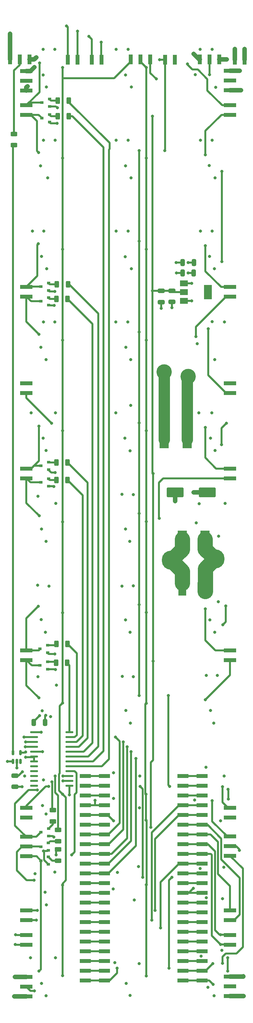
<source format=gbr>
%TF.GenerationSoftware,KiCad,Pcbnew,(6.0.7-1)-1*%
%TF.CreationDate,2023-12-02T14:15:26+01:00*%
%TF.ProjectId,11x3,31317833-2e6b-4696-9361-645f70636258,rev?*%
%TF.SameCoordinates,Original*%
%TF.FileFunction,Copper,L4,Bot*%
%TF.FilePolarity,Positive*%
%FSLAX46Y46*%
G04 Gerber Fmt 4.6, Leading zero omitted, Abs format (unit mm)*
G04 Created by KiCad (PCBNEW (6.0.7-1)-1) date 2023-12-02 14:15:26*
%MOMM*%
%LPD*%
G01*
G04 APERTURE LIST*
G04 Aperture macros list*
%AMRoundRect*
0 Rectangle with rounded corners*
0 $1 Rounding radius*
0 $2 $3 $4 $5 $6 $7 $8 $9 X,Y pos of 4 corners*
0 Add a 4 corners polygon primitive as box body*
4,1,4,$2,$3,$4,$5,$6,$7,$8,$9,$2,$3,0*
0 Add four circle primitives for the rounded corners*
1,1,$1+$1,$2,$3*
1,1,$1+$1,$4,$5*
1,1,$1+$1,$6,$7*
1,1,$1+$1,$8,$9*
0 Add four rect primitives between the rounded corners*
20,1,$1+$1,$2,$3,$4,$5,0*
20,1,$1+$1,$4,$5,$6,$7,0*
20,1,$1+$1,$6,$7,$8,$9,0*
20,1,$1+$1,$8,$9,$2,$3,0*%
G04 Aperture macros list end*
%TA.AperFunction,SMDPad,CuDef*%
%ADD10R,2.400000X4.500000*%
%TD*%
%TA.AperFunction,SMDPad,CuDef*%
%ADD11R,2.100000X6.500000*%
%TD*%
%TA.AperFunction,SMDPad,CuDef*%
%ADD12RoundRect,0.250000X-0.625000X0.312500X-0.625000X-0.312500X0.625000X-0.312500X0.625000X0.312500X0*%
%TD*%
%TA.AperFunction,SMDPad,CuDef*%
%ADD13RoundRect,0.250000X0.312500X0.625000X-0.312500X0.625000X-0.312500X-0.625000X0.312500X-0.625000X0*%
%TD*%
%TA.AperFunction,SMDPad,CuDef*%
%ADD14RoundRect,0.250000X-0.650000X0.325000X-0.650000X-0.325000X0.650000X-0.325000X0.650000X0.325000X0*%
%TD*%
%TA.AperFunction,SMDPad,CuDef*%
%ADD15RoundRect,0.250000X0.325000X0.650000X-0.325000X0.650000X-0.325000X-0.650000X0.325000X-0.650000X0*%
%TD*%
%TA.AperFunction,SMDPad,CuDef*%
%ADD16R,3.200000X1.020000*%
%TD*%
%TA.AperFunction,SMDPad,CuDef*%
%ADD17RoundRect,0.250000X-1.950000X-1.000000X1.950000X-1.000000X1.950000X1.000000X-1.950000X1.000000X0*%
%TD*%
%TA.AperFunction,SMDPad,CuDef*%
%ADD18RoundRect,0.250000X0.650000X-0.325000X0.650000X0.325000X-0.650000X0.325000X-0.650000X-0.325000X0*%
%TD*%
%TA.AperFunction,SMDPad,CuDef*%
%ADD19R,0.900000X0.800000*%
%TD*%
%TA.AperFunction,SMDPad,CuDef*%
%ADD20R,1.020000X2.600000*%
%TD*%
%TA.AperFunction,SMDPad,CuDef*%
%ADD21RoundRect,0.150000X0.150000X-0.512500X0.150000X0.512500X-0.150000X0.512500X-0.150000X-0.512500X0*%
%TD*%
%TA.AperFunction,SMDPad,CuDef*%
%ADD22R,3.000000X1.000000*%
%TD*%
%TA.AperFunction,SMDPad,CuDef*%
%ADD23RoundRect,0.137500X0.862500X0.137500X-0.862500X0.137500X-0.862500X-0.137500X0.862500X-0.137500X0*%
%TD*%
%TA.AperFunction,SMDPad,CuDef*%
%ADD24RoundRect,0.250000X0.625000X-0.312500X0.625000X0.312500X-0.625000X0.312500X-0.625000X-0.312500X0*%
%TD*%
%TA.AperFunction,SMDPad,CuDef*%
%ADD25R,2.000000X1.500000*%
%TD*%
%TA.AperFunction,SMDPad,CuDef*%
%ADD26R,2.000000X3.800000*%
%TD*%
%TA.AperFunction,ViaPad*%
%ADD27C,4.000000*%
%TD*%
%TA.AperFunction,ViaPad*%
%ADD28C,0.800000*%
%TD*%
%TA.AperFunction,ViaPad*%
%ADD29C,5.000000*%
%TD*%
%TA.AperFunction,Conductor*%
%ADD30C,3.000000*%
%TD*%
%TA.AperFunction,Conductor*%
%ADD31C,1.200000*%
%TD*%
%TA.AperFunction,Conductor*%
%ADD32C,4.000000*%
%TD*%
%TA.AperFunction,Conductor*%
%ADD33C,0.500000*%
%TD*%
G04 APERTURE END LIST*
D10*
%TO.P,J33,1,Pin_1*%
%TO.N,P*%
X96900000Y-134480000D03*
D11*
X96900000Y-122980000D03*
%TO.P,J33,2,Pin_2*%
%TO.N,GND*%
X90900000Y-122980000D03*
D10*
X90900000Y-134480000D03*
%TD*%
D12*
%TO.P,R9,1*%
%TO.N,Q9*%
X61860000Y-231127500D03*
%TO.P,R9,2*%
%TO.N,Net-(Q9-Pad1)*%
X61860000Y-234052500D03*
%TD*%
D13*
%TO.P,R4,1*%
%TO.N,Q4*%
X65712500Y-97780000D03*
%TO.P,R4,2*%
%TO.N,Net-(Q4-Pad1)*%
X62787500Y-97780000D03*
%TD*%
%TO.P,R1,1*%
%TO.N,Q1*%
X66022500Y-46064000D03*
%TO.P,R1,2*%
%TO.N,Net-(Q1-Pad1)*%
X63097500Y-46064000D03*
%TD*%
D14*
%TO.P,CI6,1*%
%TO.N,P*%
X51960000Y-222105000D03*
%TO.P,CI6,2*%
%TO.N,GND*%
X51960000Y-225055000D03*
%TD*%
D15*
%TO.P,CI2,1*%
%TO.N,GND*%
X98645000Y-90960000D03*
%TO.P,CI2,2*%
%TO.N,P*%
X95695000Y-90960000D03*
%TD*%
D16*
%TO.P,J26,1,Pin_1*%
%TO.N,PQ9*%
X108130000Y-237995000D03*
%TO.P,J26,2,Pin_2*%
%TO.N,PQ10*%
X108130000Y-240535000D03*
%TO.P,J26,3,Pin_3*%
%TO.N,PQ11*%
X108130000Y-243075000D03*
%TD*%
D17*
%TO.P,CP1,1*%
%TO.N,P*%
X93797500Y-148220000D03*
%TO.P,CP1,2*%
%TO.N,GND*%
X102197500Y-148220000D03*
%TD*%
D16*
%TO.P,J19,1,Pin_1*%
%TO.N,GND*%
X108130000Y-38235000D03*
%TO.P,J19,2,Pin_2*%
%TO.N,unconnected-(J19-Pad2)*%
X108130000Y-40775000D03*
%TO.P,J19,3,Pin_3*%
%TO.N,P*%
X108130000Y-43315000D03*
%TD*%
D18*
%TO.P,CI5,1*%
%TO.N,GND*%
X90150000Y-98585000D03*
%TO.P,CI5,2*%
%TO.N,P3.3*%
X90150000Y-95635000D03*
%TD*%
D13*
%TO.P,R8,1*%
%TO.N,Q8*%
X65602500Y-192700000D03*
%TO.P,R8,2*%
%TO.N,Net-(Q8-Pad1)*%
X62677500Y-192700000D03*
%TD*%
D16*
%TO.P,J22,1,Pin_1*%
%TO.N,unconnected-(J22-Pad1)*%
X108130000Y-119740000D03*
%TO.P,J22,2,Pin_2*%
%TO.N,AGND*%
X108130000Y-122280000D03*
%TD*%
D19*
%TO.P,Q7,1,B*%
%TO.N,Net-(Q7-Pad1)*%
X60480000Y-188116000D03*
%TO.P,Q7,2,E*%
%TO.N,P3.3*%
X60480000Y-190016000D03*
%TO.P,Q7,3,C*%
%TO.N,PQ7*%
X58480000Y-189066000D03*
%TD*%
%TO.P,Q2,1,B*%
%TO.N,Net-(Q2-Pad1)*%
X60988000Y-49686000D03*
%TO.P,Q2,2,E*%
%TO.N,P3.3*%
X60988000Y-51586000D03*
%TO.P,Q2,3,C*%
%TO.N,PQ2*%
X58988000Y-50636000D03*
%TD*%
D20*
%TO.P,J2,1,Pin_1*%
%TO.N,E*%
X65750000Y-35330000D03*
%TO.P,J2,2,Pin_2*%
%TO.N,A2*%
X68290000Y-35330000D03*
%TD*%
D16*
%TO.P,J21,1,Pin_1*%
%TO.N,PQ3*%
X108130000Y-94620000D03*
%TO.P,J21,2,Pin_2*%
%TO.N,PQ4*%
X108130000Y-97160000D03*
%TD*%
D21*
%TO.P,UI3,1,NC*%
%TO.N,unconnected-(UI3-Pad1)*%
X53390000Y-218417500D03*
%TO.P,UI3,2,A*%
%TO.N,First_LedIn_3V*%
X52440000Y-218417500D03*
%TO.P,UI3,3,GND*%
%TO.N,GND*%
X51490000Y-218417500D03*
%TO.P,UI3,4,Y*%
%TO.N,Net-(RI1-Pad1)*%
X51490000Y-216142500D03*
%TO.P,UI3,5,VCC*%
%TO.N,P*%
X53390000Y-216142500D03*
%TD*%
D19*
%TO.P,Q3,1,B*%
%TO.N,Net-(Q3-Pad1)*%
X60734000Y-93628000D03*
%TO.P,Q3,2,E*%
%TO.N,P3.3*%
X60734000Y-95528000D03*
%TO.P,Q3,3,C*%
%TO.N,PQ3*%
X58734000Y-94578000D03*
%TD*%
D13*
%TO.P,R7,1*%
%TO.N,Q7*%
X65702500Y-187790000D03*
%TO.P,R7,2*%
%TO.N,Net-(Q7-Pad1)*%
X62777500Y-187790000D03*
%TD*%
D16*
%TO.P,J9,1,Pin_1*%
%TO.N,PQ2*%
X54950000Y-49760000D03*
%TO.P,J9,2,Pin_2*%
%TO.N,PQ1*%
X54950000Y-47220000D03*
%TD*%
D12*
%TO.P,R10,1*%
%TO.N,Q10*%
X63246000Y-236281500D03*
%TO.P,R10,2*%
%TO.N,Net-(Q10-Pad1)*%
X63246000Y-239206500D03*
%TD*%
D19*
%TO.P,Q9,1,B*%
%TO.N,Net-(Q9-Pad1)*%
X60750000Y-235950000D03*
%TO.P,Q9,2,E*%
%TO.N,P3.3*%
X60750000Y-237850000D03*
%TO.P,Q9,3,C*%
%TO.N,PQ9*%
X58750000Y-236900000D03*
%TD*%
D16*
%TO.P,J15,1,Pin_1*%
%TO.N,PQ11*%
X54950000Y-243175000D03*
%TO.P,J15,2,Pin_2*%
%TO.N,PQ10*%
X54950000Y-240635000D03*
%TO.P,J15,3,Pin_3*%
%TO.N,PQ9*%
X54950000Y-238095000D03*
%TD*%
D19*
%TO.P,Q8,1,B*%
%TO.N,Net-(Q8-Pad1)*%
X60480000Y-192434000D03*
%TO.P,Q8,2,E*%
%TO.N,P3.3*%
X60480000Y-194334000D03*
%TO.P,Q8,3,C*%
%TO.N,PQ8*%
X58480000Y-193384000D03*
%TD*%
D16*
%TO.P,J23,1,Pin_1*%
%TO.N,PQ5*%
X108130000Y-142020000D03*
%TO.P,J23,2,Pin_2*%
%TO.N,PQ6*%
X108130000Y-144560000D03*
%TD*%
%TO.P,J10,1,Pin_1*%
%TO.N,PQ4*%
X54950000Y-97160000D03*
%TO.P,J10,2,Pin_2*%
%TO.N,PQ3*%
X54950000Y-94620000D03*
%TD*%
D20*
%TO.P,J5,1,Pin_1*%
%TO.N,AGND*%
X91170000Y-35400000D03*
%TO.P,J5,2,Pin_2*%
%TO.N,unconnected-(J5-Pad2)*%
X93710000Y-35400000D03*
%TD*%
D16*
%TO.P,J17,1,Pin_1*%
%TO.N,S1*%
X54950000Y-266230000D03*
%TO.P,J17,2,Pin_2*%
%TO.N,S0*%
X54950000Y-263690000D03*
%TD*%
D19*
%TO.P,Q5,1,B*%
%TO.N,Net-(Q5-Pad1)*%
X60734000Y-140364000D03*
%TO.P,Q5,2,E*%
%TO.N,P3.3*%
X60734000Y-142264000D03*
%TO.P,Q5,3,C*%
%TO.N,PQ5*%
X58734000Y-141314000D03*
%TD*%
D13*
%TO.P,R2,1*%
%TO.N,Q2*%
X66022500Y-50128000D03*
%TO.P,R2,2*%
%TO.N,Net-(Q2-Pad1)*%
X63097500Y-50128000D03*
%TD*%
D20*
%TO.P,J3,1,Pin_1*%
%TO.N,A1*%
X71990000Y-35330000D03*
%TO.P,J3,2,Pin_2*%
%TO.N,A0*%
X74530000Y-35330000D03*
%TD*%
D16*
%TO.P,J11,1,Pin_1*%
%TO.N,AGND*%
X54950000Y-122280000D03*
%TO.P,J11,2,Pin_2*%
%TO.N,unconnected-(J11-Pad2)*%
X54950000Y-119740000D03*
%TD*%
D15*
%TO.P,CI1,1*%
%TO.N,GND*%
X59815000Y-208240000D03*
%TO.P,CI1,2*%
%TO.N,P*%
X56865000Y-208240000D03*
%TD*%
D13*
%TO.P,R3,1*%
%TO.N,Q3*%
X65822500Y-93970000D03*
%TO.P,R3,2*%
%TO.N,Net-(Q3-Pad1)*%
X62897500Y-93970000D03*
%TD*%
%TO.P,R6,1*%
%TO.N,Q6*%
X65692500Y-145000000D03*
%TO.P,R6,2*%
%TO.N,Net-(Q6-Pad1)*%
X62767500Y-145000000D03*
%TD*%
D18*
%TO.P,CI4,1*%
%TO.N,GND*%
X92920000Y-98565000D03*
%TO.P,CI4,2*%
%TO.N,P3.3*%
X92920000Y-95615000D03*
%TD*%
D16*
%TO.P,J24,1,Pin_1*%
%TO.N,PQ7*%
X108130000Y-189420000D03*
%TO.P,J24,2,Pin_2*%
%TO.N,PQ8*%
X108130000Y-191960000D03*
%TD*%
D12*
%TO.P,R11,1*%
%TO.N,Q11*%
X63246000Y-241361500D03*
%TO.P,R11,2*%
%TO.N,Net-(Q11-Pad1)*%
X63246000Y-244286500D03*
%TD*%
D16*
%TO.P,J8,1,Pin_1*%
%TO.N,P*%
X54950000Y-43415000D03*
%TO.P,J8,2,Pin_2*%
%TO.N,unconnected-(J8-Pad2)*%
X54950000Y-40875000D03*
%TO.P,J8,3,Pin_3*%
%TO.N,GND*%
X54950000Y-38335000D03*
%TD*%
%TO.P,J18,1,Pin_1*%
%TO.N,P*%
X54950000Y-279700000D03*
%TO.P,J18,2,Pin_2*%
%TO.N,LedIn*%
X54950000Y-277160000D03*
%TO.P,J18,3,Pin_3*%
%TO.N,GND*%
X54950000Y-274620000D03*
%TD*%
D10*
%TO.P,J32,1,Pin_1*%
%TO.N,P*%
X95610000Y-160440000D03*
D11*
X95610000Y-171940000D03*
D10*
%TO.P,J32,2,Pin_2*%
%TO.N,GND*%
X101610000Y-160440000D03*
D11*
X101610000Y-171940000D03*
%TD*%
D16*
%TO.P,J12,1,Pin_1*%
%TO.N,PQ6*%
X54950000Y-144560000D03*
%TO.P,J12,2,Pin_2*%
%TO.N,PQ5*%
X54950000Y-142020000D03*
%TD*%
%TO.P,J28,1,Pin_1*%
%TO.N,S0*%
X108130000Y-263690000D03*
%TO.P,J28,2,Pin_2*%
%TO.N,S1*%
X108130000Y-266230000D03*
%TD*%
%TO.P,J25,1,Pin_1*%
%TO.N,AGND*%
X108130000Y-230550000D03*
%TO.P,J25,2,Pin_2*%
%TO.N,unconnected-(J25-Pad2)*%
X108130000Y-233090000D03*
%TD*%
D22*
%TO.P,J31,1,Pin_1*%
%TO.N,Additional13*%
X70323000Y-222250000D03*
%TO.P,J31,2,Pin_2*%
X75363000Y-222250000D03*
%TO.P,J31,3,Pin_3*%
%TO.N,Additional14*%
X70323000Y-224790000D03*
%TO.P,J31,4,Pin_4*%
X75363000Y-224790000D03*
%TO.P,J31,5,Pin_5*%
%TO.N,Additional15*%
X70323000Y-227330000D03*
%TO.P,J31,6,Pin_6*%
X75363000Y-227330000D03*
%TO.P,J31,7,Pin_7*%
%TO.N,HallOut1*%
X70323000Y-229870000D03*
%TO.P,J31,8,Pin_8*%
X75363000Y-229870000D03*
%TO.P,J31,9,Pin_9*%
%TO.N,HallOut2*%
X70323000Y-232410000D03*
%TO.P,J31,10,Pin_10*%
X75363000Y-232410000D03*
%TO.P,J31,11,Pin_11*%
%TO.N,Additional16*%
X70323000Y-234950000D03*
%TO.P,J31,12,Pin_12*%
X75363000Y-234950000D03*
%TO.P,J31,13,Pin_13*%
%TO.N,A0*%
X70323000Y-237490000D03*
%TO.P,J31,14,Pin_14*%
X75363000Y-237490000D03*
%TO.P,J31,15,Pin_15*%
%TO.N,A1*%
X70323000Y-240030000D03*
%TO.P,J31,16,Pin_16*%
X75363000Y-240030000D03*
%TO.P,J31,17,Pin_17*%
%TO.N,A2*%
X70323000Y-242570000D03*
%TO.P,J31,18,Pin_18*%
X75363000Y-242570000D03*
%TO.P,J31,19,Pin_19*%
%TO.N,A3*%
X70323000Y-245110000D03*
%TO.P,J31,20,Pin_20*%
X75363000Y-245110000D03*
%TO.P,J31,21,Pin_21*%
%TO.N,E*%
X70323000Y-247650000D03*
%TO.P,J31,22,Pin_22*%
X75363000Y-247650000D03*
%TO.P,J31,23,Pin_23*%
%TO.N,Additional17*%
X70323000Y-250190000D03*
%TO.P,J31,24,Pin_24*%
X75363000Y-250190000D03*
%TO.P,J31,25,Pin_25*%
%TO.N,Additional18*%
X70323000Y-252730000D03*
%TO.P,J31,26,Pin_26*%
X75363000Y-252730000D03*
%TO.P,J31,27,Pin_27*%
%TO.N,Additional19*%
X70323000Y-255270000D03*
%TO.P,J31,28,Pin_28*%
X75363000Y-255270000D03*
%TO.P,J31,29,Pin_29*%
%TO.N,Additional20*%
X70323000Y-257810000D03*
%TO.P,J31,30,Pin_30*%
X75363000Y-257810000D03*
%TO.P,J31,31,Pin_31*%
%TO.N,Additional21*%
X70323000Y-260350000D03*
%TO.P,J31,32,Pin_32*%
X75363000Y-260350000D03*
%TO.P,J31,33,Pin_33*%
%TO.N,Additional22*%
X70323000Y-262890000D03*
%TO.P,J31,34,Pin_34*%
X75363000Y-262890000D03*
%TO.P,J31,35,Pin_35*%
%TO.N,Additional23*%
X70323000Y-265430000D03*
%TO.P,J31,36,Pin_36*%
X75363000Y-265430000D03*
%TO.P,J31,37,Pin_37*%
%TO.N,Additional24*%
X70323000Y-267970000D03*
%TO.P,J31,38,Pin_38*%
X75363000Y-267970000D03*
%TO.P,J31,39,Pin_39*%
%TO.N,Additional25*%
X70323000Y-270510000D03*
%TO.P,J31,40,Pin_40*%
X75363000Y-270510000D03*
%TO.P,J31,41,Pin_41*%
%TO.N,Additional26*%
X70323000Y-273050000D03*
%TO.P,J31,42,Pin_42*%
X75363000Y-273050000D03*
%TO.P,J31,43,Pin_43*%
%TO.N,AGND*%
X70323000Y-275590000D03*
%TO.P,J31,44,Pin_44*%
X75363000Y-275590000D03*
%TD*%
D16*
%TO.P,J14,1,Pin_1*%
%TO.N,unconnected-(J14-Pad1)*%
X54950000Y-233090000D03*
%TO.P,J14,2,Pin_2*%
%TO.N,AGND*%
X54950000Y-230550000D03*
%TD*%
D23*
%TO.P,UI1,1,Y0*%
%TO.N,Q8*%
X66220000Y-210815000D03*
%TO.P,UI1,2,Y1*%
%TO.N,Q7*%
X66220000Y-212085000D03*
%TO.P,UI1,3,Y2*%
%TO.N,Q6*%
X66220000Y-213355000D03*
%TO.P,UI1,4,Y3*%
%TO.N,Q5*%
X66220000Y-214625000D03*
%TO.P,UI1,5,Y4*%
%TO.N,Q4*%
X66220000Y-215895000D03*
%TO.P,UI1,6,Y5*%
%TO.N,Q3*%
X66220000Y-217165000D03*
%TO.P,UI1,7,Y6*%
%TO.N,Q2*%
X66220000Y-218435000D03*
%TO.P,UI1,8,Y7*%
%TO.N,Q1*%
X66220000Y-219705000D03*
%TO.P,UI1,9,Y8*%
%TO.N,Q11*%
X66220000Y-220975000D03*
%TO.P,UI1,10,Y9*%
%TO.N,Q10*%
X66220000Y-222245000D03*
%TO.P,UI1,11,Y10*%
%TO.N,Q9*%
X66220000Y-223515000D03*
%TO.P,UI1,12,GND*%
%TO.N,GND*%
X66220000Y-224785000D03*
%TO.P,UI1,13,Y11*%
%TO.N,unconnected-(UI1-Pad13)*%
X56920000Y-224785000D03*
%TO.P,UI1,14,Y12*%
%TO.N,unconnected-(UI1-Pad14)*%
X56920000Y-223515000D03*
%TO.P,UI1,15,Y13*%
%TO.N,unconnected-(UI1-Pad15)*%
X56920000Y-222245000D03*
%TO.P,UI1,16,Y14*%
%TO.N,unconnected-(UI1-Pad16)*%
X56920000Y-220975000D03*
%TO.P,UI1,17,Y15*%
%TO.N,unconnected-(UI1-Pad17)*%
X56920000Y-219705000D03*
%TO.P,UI1,18,E0*%
%TO.N,E*%
X56920000Y-218435000D03*
%TO.P,UI1,19,E1*%
X56920000Y-217165000D03*
%TO.P,UI1,20,A3*%
%TO.N,A3*%
X56920000Y-215895000D03*
%TO.P,UI1,21,A2*%
%TO.N,A2*%
X56920000Y-214625000D03*
%TO.P,UI1,22,A1*%
%TO.N,A1*%
X56920000Y-213355000D03*
%TO.P,UI1,23,A0*%
%TO.N,A0*%
X56920000Y-212085000D03*
%TO.P,UI1,24,VCC*%
%TO.N,P*%
X56920000Y-210815000D03*
%TD*%
D15*
%TO.P,CI3,1*%
%TO.N,GND*%
X98675000Y-88280000D03*
%TO.P,CI3,2*%
%TO.N,P*%
X95725000Y-88280000D03*
%TD*%
D16*
%TO.P,J29,1,Pin_1*%
%TO.N,GND*%
X108130000Y-274520000D03*
%TO.P,J29,2,Pin_2*%
%TO.N,unconnected-(J29-Pad2)*%
X108130000Y-277060000D03*
%TO.P,J29,3,Pin_3*%
%TO.N,P*%
X108130000Y-279600000D03*
%TD*%
D24*
%TO.P,RI1,1*%
%TO.N,Net-(RI1-Pad1)*%
X51720000Y-57652500D03*
%TO.P,RI1,2*%
%TO.N,LedIn_top_side_a*%
X51720000Y-54727500D03*
%TD*%
D19*
%TO.P,Q11,1,B*%
%TO.N,Net-(Q11-Pad1)*%
X60700000Y-243330000D03*
%TO.P,Q11,2,E*%
%TO.N,P3.3*%
X60700000Y-245230000D03*
%TO.P,Q11,3,C*%
%TO.N,PQ11*%
X58700000Y-244280000D03*
%TD*%
%TO.P,Q1,1,B*%
%TO.N,Net-(Q1-Pad1)*%
X60988000Y-45622000D03*
%TO.P,Q1,2,E*%
%TO.N,P3.3*%
X60988000Y-47522000D03*
%TO.P,Q1,3,C*%
%TO.N,PQ1*%
X58988000Y-46572000D03*
%TD*%
D20*
%TO.P,J7,1,Pin_1*%
%TO.N,P*%
X109380000Y-35330000D03*
%TO.P,J7,2,Pin_2*%
%TO.N,GND*%
X111920000Y-35330000D03*
%TD*%
D22*
%TO.P,J30,1,Pin_1*%
%TO.N,Additional1*%
X95778000Y-222250000D03*
%TO.P,J30,2,Pin_2*%
X100818000Y-222250000D03*
%TO.P,J30,3,Pin_3*%
%TO.N,Additional2*%
X95778000Y-224790000D03*
%TO.P,J30,4,Pin_4*%
X100818000Y-224790000D03*
%TO.P,J30,5,Pin_5*%
%TO.N,Additional3*%
X95778000Y-227330000D03*
%TO.P,J30,6,Pin_6*%
X100818000Y-227330000D03*
%TO.P,J30,7,Pin_7*%
%TO.N,HallOut4*%
X95778000Y-229870000D03*
%TO.P,J30,8,Pin_8*%
X100818000Y-229870000D03*
%TO.P,J30,9,Pin_9*%
%TO.N,HallOut5*%
X95778000Y-232410000D03*
%TO.P,J30,10,Pin_10*%
X100818000Y-232410000D03*
%TO.P,J30,11,Pin_11*%
%TO.N,HallOut6*%
X95778000Y-234950000D03*
%TO.P,J30,12,Pin_12*%
X100818000Y-234950000D03*
%TO.P,J30,13,Pin_13*%
%TO.N,HallOut7*%
X95778000Y-237490000D03*
%TO.P,J30,14,Pin_14*%
X100818000Y-237490000D03*
%TO.P,J30,15,Pin_15*%
%TO.N,S0*%
X95778000Y-240030000D03*
%TO.P,J30,16,Pin_16*%
X100818000Y-240030000D03*
%TO.P,J30,17,Pin_17*%
%TO.N,S1*%
X95778000Y-242570000D03*
%TO.P,J30,18,Pin_18*%
X100818000Y-242570000D03*
%TO.P,J30,19,Pin_19*%
%TO.N,First_LedIn_3V*%
X95778000Y-245110000D03*
%TO.P,J30,20,Pin_20*%
X100818000Y-245110000D03*
%TO.P,J30,21,Pin_21*%
%TO.N,Additional4*%
X95778000Y-247650000D03*
%TO.P,J30,22,Pin_22*%
X100818000Y-247650000D03*
%TO.P,J30,23,Pin_23*%
%TO.N,Additional5*%
X95778000Y-250190000D03*
%TO.P,J30,24,Pin_24*%
X100818000Y-250190000D03*
%TO.P,J30,25,Pin_25*%
%TO.N,HallOut3*%
X95778000Y-252730000D03*
%TO.P,J30,26,Pin_26*%
X100818000Y-252730000D03*
%TO.P,J30,27,Pin_27*%
%TO.N,Additional6*%
X95778000Y-255270000D03*
%TO.P,J30,28,Pin_28*%
X100818000Y-255270000D03*
%TO.P,J30,29,Pin_29*%
%TO.N,Additional7*%
X95778000Y-257810000D03*
%TO.P,J30,30,Pin_30*%
X100818000Y-257810000D03*
%TO.P,J30,31,Pin_31*%
%TO.N,Additional8*%
X95778000Y-260350000D03*
%TO.P,J30,32,Pin_32*%
X100818000Y-260350000D03*
%TO.P,J30,33,Pin_33*%
%TO.N,Additional9*%
X95778000Y-262890000D03*
%TO.P,J30,34,Pin_34*%
X100818000Y-262890000D03*
%TO.P,J30,35,Pin_35*%
%TO.N,Additional10*%
X95778000Y-265430000D03*
%TO.P,J30,36,Pin_36*%
X100818000Y-265430000D03*
%TO.P,J30,37,Pin_37*%
%TO.N,Additional11*%
X95778000Y-267970000D03*
%TO.P,J30,38,Pin_38*%
X100818000Y-267970000D03*
%TO.P,J30,39,Pin_39*%
%TO.N,Additional12*%
X95778000Y-270510000D03*
%TO.P,J30,40,Pin_40*%
X100818000Y-270510000D03*
%TO.P,J30,41,Pin_41*%
%TO.N,P*%
X95778000Y-273050000D03*
%TO.P,J30,42,Pin_42*%
X100818000Y-273050000D03*
%TO.P,J30,43,Pin_43*%
%TO.N,GND*%
X95778000Y-275590000D03*
%TO.P,J30,44,Pin_44*%
X100818000Y-275590000D03*
%TD*%
D25*
%TO.P,UI2,1,GND*%
%TO.N,GND*%
X96070000Y-98310000D03*
%TO.P,UI2,2,VO*%
%TO.N,P3.3*%
X96070000Y-96010000D03*
%TO.P,UI2,3,VI*%
%TO.N,P*%
X96070000Y-93710000D03*
D26*
%TO.P,UI2,4*%
%TO.N,N/C*%
X102370000Y-96010000D03*
%TD*%
D19*
%TO.P,Q6,1,B*%
%TO.N,Net-(Q6-Pad1)*%
X60734000Y-144682000D03*
%TO.P,Q6,2,E*%
%TO.N,P3.3*%
X60734000Y-146582000D03*
%TO.P,Q6,3,C*%
%TO.N,PQ6*%
X58734000Y-145632000D03*
%TD*%
%TO.P,Q10,1,B*%
%TO.N,Net-(Q10-Pad1)*%
X60710000Y-239690000D03*
%TO.P,Q10,2,E*%
%TO.N,P3.3*%
X60710000Y-241590000D03*
%TO.P,Q10,3,C*%
%TO.N,PQ10*%
X58710000Y-240640000D03*
%TD*%
%TO.P,Q4,1,B*%
%TO.N,Net-(Q4-Pad1)*%
X60734000Y-97438000D03*
%TO.P,Q4,2,E*%
%TO.N,P3.3*%
X60734000Y-99338000D03*
%TO.P,Q4,3,C*%
%TO.N,PQ4*%
X58734000Y-98388000D03*
%TD*%
D16*
%TO.P,J20,1,Pin_1*%
%TO.N,PQ1*%
X108130000Y-47220000D03*
%TO.P,J20,2,Pin_2*%
%TO.N,PQ2*%
X108130000Y-49760000D03*
%TD*%
%TO.P,J27,1,Pin_1*%
%TO.N,HallOut7*%
X108130000Y-257280000D03*
%TO.P,J27,2,Pin_2*%
%TO.N,HallOut6*%
X108130000Y-259820000D03*
%TD*%
D20*
%TO.P,J4,1,Pin_1*%
%TO.N,HallOut1*%
X82215000Y-35320000D03*
%TO.P,J4,2,Pin_2*%
%TO.N,HallOut2*%
X84755000Y-35320000D03*
%TO.P,J4,3,Pin_3*%
%TO.N,HallOut3*%
X87295000Y-35320000D03*
%TD*%
%TO.P,J1,1,Pin_1*%
%TO.N,GND*%
X50660000Y-35320000D03*
%TO.P,J1,2,Pin_2*%
%TO.N,LedIn_top_side_a*%
X53200000Y-35320000D03*
%TO.P,J1,3,Pin_3*%
%TO.N,P*%
X55740000Y-35320000D03*
%TD*%
D16*
%TO.P,J16,1,Pin_1*%
%TO.N,HallOut4*%
X54950000Y-259820000D03*
%TO.P,J16,2,Pin_2*%
%TO.N,HallOut5*%
X54950000Y-257280000D03*
%TD*%
%TO.P,J13,1,Pin_1*%
%TO.N,PQ8*%
X54950000Y-191960000D03*
%TO.P,J13,2,Pin_2*%
%TO.N,PQ7*%
X54950000Y-189420000D03*
%TD*%
D20*
%TO.P,J6,1,Pin_1*%
%TO.N,P*%
X100190000Y-35320000D03*
%TO.P,J6,2,Pin_2*%
%TO.N,LedOut*%
X102730000Y-35320000D03*
%TO.P,J6,3,Pin_3*%
%TO.N,GND*%
X105270000Y-35320000D03*
%TD*%
D13*
%TO.P,R5,1*%
%TO.N,Q5*%
X65692500Y-140440000D03*
%TO.P,R5,2*%
%TO.N,Net-(Q5-Pad1)*%
X62767500Y-140440000D03*
%TD*%
D27*
%TO.N,P*%
X97200000Y-118000000D03*
%TO.N,GND*%
X90900000Y-116850000D03*
D28*
%TO.N,P*%
X94000000Y-88280000D03*
X62520000Y-269640000D03*
X77660000Y-221340000D03*
X104040000Y-89890000D03*
D29*
X92790000Y-165960000D03*
D28*
X103040000Y-205160000D03*
X59900000Y-184700000D03*
X109360000Y-32560000D03*
X62350000Y-32660000D03*
X60220000Y-89900000D03*
X99550000Y-109470000D03*
X103620000Y-271140000D03*
X80930000Y-110360000D03*
X58390000Y-206470000D03*
X82380000Y-42490000D03*
X81470000Y-80060000D03*
X54490000Y-222200000D03*
X82050000Y-137350000D03*
X84410000Y-271150000D03*
X57930000Y-196340000D03*
X57520000Y-34740000D03*
X103920000Y-279530000D03*
X57210000Y-247730000D03*
X104160000Y-137300000D03*
X55280000Y-42270000D03*
X100400000Y-56360000D03*
X80930000Y-205150000D03*
X84488500Y-230539312D03*
X99260000Y-156190000D03*
X82170000Y-125520000D03*
X98630000Y-33880000D03*
X53880000Y-221150000D03*
X111670000Y-279590000D03*
X110990000Y-43320000D03*
X58860000Y-210810000D03*
X80800000Y-63010000D03*
X79940000Y-148770000D03*
X60170000Y-42490000D03*
X60080000Y-137280000D03*
X100330000Y-246380000D03*
X58700000Y-110380000D03*
X54730000Y-215950000D03*
X51820000Y-279700000D03*
X57950000Y-149210000D03*
X80870000Y-157780000D03*
X59370000Y-103750000D03*
X60110000Y-279540000D03*
X81490000Y-32670000D03*
X105080000Y-176740000D03*
X77580000Y-251650000D03*
X59410000Y-56360000D03*
X103390000Y-127440000D03*
X105950000Y-267730000D03*
X58660000Y-63020000D03*
X101950000Y-253970000D03*
X59070000Y-205190000D03*
X82840000Y-172590000D03*
X79960000Y-196260000D03*
X105664000Y-233934000D03*
X82010000Y-279490000D03*
X104370000Y-42530000D03*
X59870000Y-252550000D03*
X101854000Y-219964000D03*
X101940000Y-196010000D03*
X78410000Y-56330000D03*
X60870000Y-172730000D03*
X62560000Y-127450000D03*
X103420000Y-32670000D03*
X100090000Y-151160000D03*
X78310000Y-103780000D03*
X82040000Y-184690000D03*
X103420000Y-80060000D03*
X60060000Y-232090000D03*
X93810000Y-150470000D03*
X58870000Y-157820000D03*
X78740000Y-247396000D03*
X82320000Y-89900000D03*
X59480000Y-80100000D03*
X98120000Y-93690000D03*
X103410000Y-103710000D03*
X104080000Y-184700000D03*
X94110000Y-90950000D03*
X102670000Y-62990000D03*
%TO.N,LedIn*%
X57070000Y-278270000D03*
%TO.N,P3.3*%
X62550000Y-194430000D03*
X88010000Y-192250000D03*
X62950000Y-51930000D03*
X62150000Y-146740000D03*
X59436000Y-241808000D03*
X87870000Y-50090000D03*
X88000000Y-143280000D03*
X62390000Y-95810000D03*
X62340000Y-190370000D03*
X63030000Y-47920000D03*
X87430000Y-235630000D03*
X87870000Y-95660000D03*
X62500000Y-143030000D03*
X62170000Y-99460000D03*
X62110000Y-238100000D03*
%TO.N,GND*%
X104120000Y-113600000D03*
X57900000Y-172480000D03*
X58920000Y-86710000D03*
X100370000Y-80080000D03*
X81000000Y-276300000D03*
X51940000Y-274600000D03*
X82150000Y-113590000D03*
X104160000Y-66220000D03*
X98830000Y-228490000D03*
X106650000Y-103760000D03*
X56000000Y-269620000D03*
X56230000Y-127500000D03*
X82880000Y-148810000D03*
X60060000Y-160980000D03*
X105170000Y-159620000D03*
X78370000Y-32680000D03*
X60470000Y-66180000D03*
X60120000Y-113590000D03*
X103460000Y-56330000D03*
X60170000Y-255800000D03*
X84582000Y-222250000D03*
X98080000Y-98280000D03*
X78330000Y-127450000D03*
X59290000Y-39310000D03*
X80790000Y-181520000D03*
X57060000Y-37330000D03*
X78400000Y-80060000D03*
X80840000Y-39320000D03*
X104820000Y-196010000D03*
X59360000Y-134070000D03*
X100000000Y-127510000D03*
X106550000Y-222250000D03*
X106172000Y-254254000D03*
X62360000Y-103740000D03*
X81470000Y-56370000D03*
X80720000Y-86730000D03*
X111910000Y-32530000D03*
X106520000Y-245980000D03*
X59390000Y-223280000D03*
X62790000Y-198500000D03*
X50660000Y-28600000D03*
X100460000Y-174860000D03*
X81950000Y-161020000D03*
X78070000Y-270920000D03*
X110650000Y-38250000D03*
X90130000Y-100180000D03*
X66200000Y-227100000D03*
X58890000Y-276310000D03*
X99050000Y-39220000D03*
X82290000Y-66210000D03*
X59320000Y-32670000D03*
X79940000Y-172710000D03*
X82070000Y-208400000D03*
X106810000Y-151120000D03*
X59130000Y-229930000D03*
X83100000Y-254550000D03*
X97170000Y-88260000D03*
X50038000Y-218440000D03*
X58780000Y-181440000D03*
X100340000Y-32660000D03*
X84240500Y-245872000D03*
X103900000Y-208400000D03*
X102362000Y-277368000D03*
X107220000Y-35310000D03*
X102740000Y-86690000D03*
X59990000Y-206360000D03*
X77724000Y-228092000D03*
X82830000Y-196330000D03*
X62340000Y-247320000D03*
X98620000Y-148220000D03*
X61260000Y-206770000D03*
X97160000Y-90960000D03*
X81400000Y-103750000D03*
X62620000Y-151120000D03*
X53860000Y-225050000D03*
X100584000Y-269240000D03*
X111600000Y-274500000D03*
D29*
X104220000Y-165620000D03*
D28*
X80700000Y-134120000D03*
X102850000Y-181480000D03*
X103050000Y-134090000D03*
X56490000Y-80060000D03*
X92920000Y-100050000D03*
X103650000Y-276570000D03*
X62440000Y-56380000D03*
%TO.N,Net-(D12-Pad2)*%
X105900000Y-135740000D03*
X107140000Y-130180000D03*
%TO.N,Net-(D6-Pad2)*%
X105980000Y-64510000D03*
X106010000Y-88050000D03*
%TO.N,Net-(D18-Pad2)*%
X107020000Y-177840000D03*
X106190000Y-182810000D03*
%TO.N,Net-(D24-Pad2)*%
X107640000Y-228210000D03*
X107620000Y-225710000D03*
%TO.N,A2*%
X81280000Y-214630000D03*
X68270000Y-27950000D03*
X54650000Y-214640000D03*
%TO.N,E*%
X83566000Y-217678000D03*
X65420000Y-26520000D03*
X54790000Y-217280000D03*
%TO.N,A0*%
X54360000Y-212060000D03*
X74500000Y-30830000D03*
X78232000Y-212090000D03*
%TO.N,A1*%
X54770000Y-213370000D03*
X71260000Y-29300000D03*
X80264000Y-213360000D03*
%TO.N,LedOut*%
X102730000Y-39290000D03*
%TO.N,PQ1*%
X58360000Y-36220000D03*
X97020001Y-36459999D03*
%TO.N,PQ2*%
X58130000Y-59600000D03*
X101689999Y-60159999D03*
%TO.N,PQ3*%
X101689999Y-83859999D03*
X58060000Y-83370000D03*
%TO.N,PQ4*%
X58250000Y-107000000D03*
X99170001Y-107559999D03*
%TO.N,PQ5*%
X58190000Y-130970000D03*
X101630001Y-131259999D03*
%TO.N,PQ6*%
X58280000Y-154320000D03*
X89670001Y-154959999D03*
%TO.N,PQ7*%
X101689999Y-178659999D03*
X58080000Y-177920000D03*
%TO.N,PQ8*%
X101689999Y-202359999D03*
X58210000Y-201830000D03*
%TO.N,HallOut1*%
X64382000Y-61007400D03*
X64382000Y-84781800D03*
X72898000Y-228600000D03*
X64382000Y-132152800D03*
X64382000Y-155901800D03*
X64370000Y-274290000D03*
X64382000Y-250638000D03*
X64382000Y-108556200D03*
X64382000Y-179625400D03*
X64382000Y-226948000D03*
X64382000Y-203196600D03*
X64382000Y-37360000D03*
%TO.N,HallOut2*%
X86226000Y-108480000D03*
X86187500Y-233746663D03*
X86187500Y-226924243D03*
X86226000Y-250624000D03*
X86226000Y-155876400D03*
X77724000Y-233934000D03*
X86226000Y-203272800D03*
X86226000Y-84781800D03*
X86226000Y-61058200D03*
X86226000Y-179549200D03*
X86226000Y-132127400D03*
X86226000Y-37360000D03*
X86220000Y-274370000D03*
%TO.N,HallOut3*%
X98520000Y-251540000D03*
X88890000Y-40390000D03*
%TO.N,AGND*%
X89700000Y-35360000D03*
X84360000Y-153770000D03*
X102390000Y-105590000D03*
X85338000Y-248660000D03*
X92960000Y-248660000D03*
X60790000Y-224960000D03*
X84360000Y-82730000D03*
X78668000Y-272360000D03*
X84360000Y-106420000D03*
X84410000Y-59060000D03*
X84666000Y-224960000D03*
X92372000Y-224960000D03*
X92210000Y-272360000D03*
X84360000Y-201260000D03*
X84360000Y-130120000D03*
X91070000Y-59060000D03*
X61530000Y-130160000D03*
X92040000Y-201260000D03*
X106172000Y-225044000D03*
X84360000Y-177540000D03*
%TO.N,Net-(D30-Pad2)*%
X107520000Y-273110000D03*
X107500000Y-269660000D03*
%TO.N,PQ11*%
X106170000Y-271080000D03*
X58200000Y-273150000D03*
%TO.N,PQ10*%
X56940000Y-249390000D03*
X110540000Y-241650000D03*
%TO.N,PQ9*%
X57780000Y-225860000D03*
X103440000Y-228670000D03*
%TO.N,HallOut4*%
X87680000Y-259790000D03*
X57540000Y-259800000D03*
%TO.N,HallOut5*%
X88529500Y-257250462D03*
X57760000Y-257280000D03*
%TO.N,S1*%
X105664000Y-266192000D03*
X52020000Y-266190000D03*
%TO.N,S0*%
X105664000Y-263652000D03*
X52160000Y-263650000D03*
%TO.N,First_LedIn_3V*%
X52450000Y-220080000D03*
X89940000Y-261860000D03*
%TO.N,A3*%
X82296000Y-215900000D03*
X59182000Y-215900000D03*
%TO.N,Q9*%
X64516000Y-223520000D03*
X61634500Y-223774000D03*
%TO.N,Q10*%
X62484000Y-222250000D03*
X64516000Y-222250000D03*
%TO.N,Q11*%
X66802000Y-242824000D03*
X62738000Y-242824000D03*
%TD*%
D30*
%TO.N,P*%
X96900000Y-122980000D02*
X96900000Y-118300000D01*
X96900000Y-118300000D02*
X97200000Y-118000000D01*
%TO.N,GND*%
X90900000Y-122980000D02*
X90900000Y-116850000D01*
%TO.N,P*%
X96900000Y-134480000D02*
X96900000Y-122980000D01*
%TO.N,GND*%
X90900000Y-134480000D02*
X90900000Y-122980000D01*
D31*
%TO.N,P*%
X54950000Y-279700000D02*
X51820000Y-279700000D01*
X56940000Y-35320000D02*
X57520000Y-34740000D01*
D32*
X95610000Y-168780000D02*
X92790000Y-165960000D01*
D33*
X51960000Y-222105000D02*
X52925000Y-222105000D01*
X53390000Y-216142500D02*
X54537500Y-216142500D01*
X98100000Y-93710000D02*
X98120000Y-93690000D01*
D31*
X54950000Y-42600000D02*
X55280000Y-42270000D01*
D33*
X56920000Y-210815000D02*
X58855000Y-210815000D01*
X95725000Y-88280000D02*
X94000000Y-88280000D01*
X58855000Y-210815000D02*
X58860000Y-210810000D01*
D31*
X100070000Y-35320000D02*
X98630000Y-33880000D01*
D33*
X96070000Y-93710000D02*
X98100000Y-93710000D01*
D31*
X55740000Y-35320000D02*
X56940000Y-35320000D01*
X109380000Y-35330000D02*
X109380000Y-32580000D01*
D33*
X94120000Y-90960000D02*
X94110000Y-90950000D01*
D31*
X100190000Y-35320000D02*
X100070000Y-35320000D01*
X54950000Y-43415000D02*
X54950000Y-42600000D01*
X108130000Y-43315000D02*
X110985000Y-43315000D01*
D33*
X101710000Y-273050000D02*
X103620000Y-271140000D01*
X54537500Y-216142500D02*
X54730000Y-215950000D01*
D32*
X95610000Y-171940000D02*
X95610000Y-168780000D01*
D33*
X56865000Y-207995000D02*
X58390000Y-206470000D01*
D31*
X110985000Y-43315000D02*
X110990000Y-43320000D01*
X108130000Y-279600000D02*
X111660000Y-279600000D01*
X109380000Y-32580000D02*
X109360000Y-32560000D01*
D33*
X52925000Y-222105000D02*
X53880000Y-221150000D01*
X95695000Y-90960000D02*
X94120000Y-90960000D01*
X95778000Y-273050000D02*
X100818000Y-273050000D01*
D32*
X95610000Y-160440000D02*
X95610000Y-163140000D01*
D31*
X93797500Y-150457500D02*
X93810000Y-150470000D01*
X93797500Y-148220000D02*
X93797500Y-150457500D01*
X111660000Y-279600000D02*
X111670000Y-279590000D01*
D32*
X95610000Y-163140000D02*
X92790000Y-165960000D01*
D33*
%TO.N,LedIn*%
X56060000Y-278270000D02*
X54950000Y-277160000D01*
X57070000Y-278270000D02*
X56060000Y-278270000D01*
%TO.N,P3.3*%
X90150000Y-95635000D02*
X87895000Y-95635000D01*
X87870000Y-95660000D02*
X87870000Y-50090000D01*
X62340000Y-190370000D02*
X60771500Y-190370000D01*
X60771500Y-190370000D02*
X60417500Y-190016000D01*
X60671500Y-146582000D02*
X61992000Y-146582000D01*
X60925500Y-47522000D02*
X62632000Y-47522000D01*
X87870000Y-95660000D02*
X87870000Y-143150000D01*
X60417500Y-194334000D02*
X62454000Y-194334000D01*
X59600000Y-244130000D02*
X60700000Y-245230000D01*
X87895000Y-95635000D02*
X87870000Y-95660000D01*
X93315000Y-96010000D02*
X92920000Y-95615000D01*
X60750000Y-237850000D02*
X61860000Y-237850000D01*
X88000000Y-192240000D02*
X88010000Y-192250000D01*
X92920000Y-95615000D02*
X90170000Y-95615000D01*
X62950000Y-51930000D02*
X61269500Y-51930000D01*
X96070000Y-96010000D02*
X93315000Y-96010000D01*
X62632000Y-47522000D02*
X63030000Y-47920000D01*
X62390000Y-95810000D02*
X60953500Y-95810000D01*
X88010000Y-192250000D02*
X88010000Y-218070000D01*
X87870000Y-143150000D02*
X88000000Y-143280000D01*
X59436000Y-241808000D02*
X60492000Y-241808000D01*
X60953500Y-95810000D02*
X60671500Y-95528000D01*
X59436000Y-241808000D02*
X59600000Y-241972000D01*
X59600000Y-241972000D02*
X59600000Y-244130000D01*
X88000000Y-143280000D02*
X88000000Y-192240000D01*
X62500000Y-143030000D02*
X61437500Y-143030000D01*
X87430000Y-235630000D02*
X87430000Y-218650000D01*
X62454000Y-194334000D02*
X62550000Y-194430000D01*
X62170000Y-99460000D02*
X60793500Y-99460000D01*
X61437500Y-143030000D02*
X60671500Y-142264000D01*
X87430000Y-218650000D02*
X88010000Y-218070000D01*
X61992000Y-146582000D02*
X62150000Y-146740000D01*
X61860000Y-237850000D02*
X62110000Y-238100000D01*
X61269500Y-51930000D02*
X60925500Y-51586000D01*
X60492000Y-241808000D02*
X60710000Y-241590000D01*
D31*
%TO.N,GND*%
X111920000Y-35330000D02*
X111920000Y-32540000D01*
X54950000Y-38335000D02*
X56055000Y-38335000D01*
D33*
X59815000Y-206535000D02*
X59990000Y-206360000D01*
D31*
X54950000Y-274620000D02*
X51960000Y-274620000D01*
D33*
X98050000Y-98310000D02*
X98080000Y-98280000D01*
D32*
X101630000Y-168130000D02*
X104140000Y-165620000D01*
D33*
X97190000Y-88280000D02*
X97170000Y-88260000D01*
D31*
X102197500Y-148220000D02*
X98620000Y-148220000D01*
D33*
X92920000Y-98565000D02*
X92920000Y-100050000D01*
D32*
X101610000Y-160440000D02*
X101610000Y-163010000D01*
D33*
X59815000Y-208240000D02*
X59815000Y-206535000D01*
X98645000Y-90960000D02*
X97160000Y-90960000D01*
X102670000Y-275590000D02*
X103650000Y-276570000D01*
D32*
X101610000Y-163010000D02*
X104220000Y-165620000D01*
D33*
X96070000Y-98310000D02*
X98050000Y-98310000D01*
X66220000Y-227080000D02*
X66200000Y-227100000D01*
X90150000Y-100160000D02*
X90130000Y-100180000D01*
X66220000Y-224785000D02*
X66220000Y-227080000D01*
D31*
X110635000Y-38235000D02*
X110650000Y-38250000D01*
D33*
X95778000Y-275590000D02*
X100818000Y-275590000D01*
D31*
X107210000Y-35320000D02*
X107220000Y-35310000D01*
X108130000Y-274520000D02*
X111580000Y-274520000D01*
D33*
X98675000Y-88280000D02*
X97190000Y-88280000D01*
X51960000Y-225055000D02*
X53855000Y-225055000D01*
X51490000Y-218417500D02*
X50060500Y-218417500D01*
D31*
X111580000Y-274520000D02*
X111600000Y-274500000D01*
X51960000Y-274620000D02*
X51940000Y-274600000D01*
X105270000Y-35320000D02*
X107210000Y-35320000D01*
D33*
X50060500Y-218417500D02*
X50038000Y-218440000D01*
D32*
X104140000Y-165620000D02*
X104220000Y-165620000D01*
D33*
X53855000Y-225055000D02*
X53860000Y-225050000D01*
D31*
X56055000Y-38335000D02*
X57060000Y-37330000D01*
D32*
X101610000Y-174050000D02*
X101630000Y-174070000D01*
D31*
X108130000Y-38235000D02*
X110635000Y-38235000D01*
D33*
X100818000Y-275590000D02*
X102670000Y-275590000D01*
D32*
X101630000Y-174070000D02*
X101630000Y-168130000D01*
D31*
X111920000Y-32540000D02*
X111910000Y-32530000D01*
X50660000Y-35320000D02*
X50660000Y-28600000D01*
D32*
X101610000Y-171940000D02*
X101610000Y-174050000D01*
D33*
X90150000Y-98585000D02*
X90150000Y-100160000D01*
%TO.N,Net-(D12-Pad2)*%
X105900000Y-131420000D02*
X105900000Y-135740000D01*
X107140000Y-130180000D02*
X105900000Y-131420000D01*
%TO.N,Net-(D6-Pad2)*%
X105980000Y-64510000D02*
X105980000Y-88020000D01*
X105980000Y-88020000D02*
X106010000Y-88050000D01*
%TO.N,Net-(D18-Pad2)*%
X107020000Y-181980000D02*
X106190000Y-182810000D01*
X107020000Y-177840000D02*
X107020000Y-181980000D01*
%TO.N,Net-(D24-Pad2)*%
X107640000Y-228210000D02*
X107640000Y-225730000D01*
X107640000Y-225730000D02*
X107620000Y-225710000D01*
%TO.N,A2*%
X77216000Y-242570000D02*
X81280000Y-238506000D01*
X68290000Y-27970000D02*
X68290000Y-35330000D01*
X54650000Y-214640000D02*
X56905000Y-214640000D01*
X75363000Y-242570000D02*
X70323000Y-242570000D01*
X75363000Y-242570000D02*
X77216000Y-242570000D01*
X81280000Y-238506000D02*
X81280000Y-214630000D01*
X68270000Y-27950000D02*
X68290000Y-27970000D01*
%TO.N,E*%
X83566000Y-218440000D02*
X83566000Y-217678000D01*
X83566000Y-240447000D02*
X83566000Y-218440000D01*
X75363000Y-247650000D02*
X70323000Y-247650000D01*
X54790000Y-217280000D02*
X56805000Y-217280000D01*
X65750000Y-26850000D02*
X65420000Y-26520000D01*
X83566000Y-218440000D02*
X83566000Y-218083075D01*
X76363000Y-247650000D02*
X83566000Y-240447000D01*
X65750000Y-35330000D02*
X65750000Y-26850000D01*
X56920000Y-217165000D02*
X56920000Y-218435000D01*
X56805000Y-217280000D02*
X56920000Y-217165000D01*
%TO.N,A0*%
X75363000Y-237490000D02*
X70323000Y-237490000D01*
X79310499Y-213168499D02*
X78232000Y-212090000D01*
X76363000Y-237490000D02*
X79310499Y-234542501D01*
X79310499Y-234542501D02*
X79310499Y-213168499D01*
X74500000Y-30830000D02*
X74500000Y-35300000D01*
X54360000Y-212060000D02*
X56895000Y-212060000D01*
%TO.N,A1*%
X75363000Y-240030000D02*
X70323000Y-240030000D01*
X80264000Y-236220000D02*
X80264000Y-213360000D01*
X76454000Y-240030000D02*
X80264000Y-236220000D01*
X54770000Y-213370000D02*
X56905000Y-213370000D01*
X71990000Y-35330000D02*
X71990000Y-30030000D01*
X71990000Y-30030000D02*
X71260000Y-29300000D01*
%TO.N,Net-(Q1-Pad1)*%
X61367500Y-46064000D02*
X60925500Y-45622000D01*
X63097500Y-46064000D02*
X61367500Y-46064000D01*
%TO.N,Net-(Q2-Pad1)*%
X63097500Y-50128000D02*
X61367500Y-50128000D01*
X61367500Y-50128000D02*
X60925500Y-49686000D01*
%TO.N,Net-(Q3-Pad1)*%
X62897500Y-93970000D02*
X61013500Y-93970000D01*
X61013500Y-93970000D02*
X60671500Y-93628000D01*
%TO.N,LedOut*%
X102730000Y-39290000D02*
X102730000Y-35320000D01*
%TO.N,PQ1*%
X97020001Y-36640001D02*
X97020001Y-36459999D01*
X98290000Y-37910000D02*
X99690000Y-37910000D01*
X99690000Y-37910000D02*
X102189502Y-40409502D01*
X55598000Y-46572000D02*
X54950000Y-47220000D01*
X102189502Y-40409502D02*
X102189502Y-43379502D01*
X106030000Y-47220000D02*
X102189502Y-43379502D01*
X58360000Y-43810000D02*
X58360000Y-36220000D01*
X59050500Y-46572000D02*
X55598000Y-46572000D01*
X98290000Y-37910000D02*
X97020001Y-36640001D01*
X108130000Y-47220000D02*
X106030000Y-47220000D01*
X54950000Y-47220000D02*
X58360000Y-43810000D01*
%TO.N,PQ2*%
X58130000Y-59600000D02*
X57710000Y-59180000D01*
X58174500Y-49760000D02*
X54950000Y-49760000D01*
X59050500Y-50636000D02*
X58174500Y-49760000D01*
X57710000Y-51390000D02*
X56080000Y-49760000D01*
X105870000Y-49760000D02*
X101689999Y-53940001D01*
X57710000Y-59180000D02*
X57710000Y-51390000D01*
X101689999Y-53940001D02*
X101689999Y-60159999D01*
X108130000Y-49760000D02*
X105870000Y-49760000D01*
%TO.N,PQ3*%
X57790000Y-91780000D02*
X57790000Y-83640000D01*
X105770000Y-94620000D02*
X101689999Y-90539999D01*
X101689999Y-90539999D02*
X101689999Y-83859999D01*
X108130000Y-94620000D02*
X105770000Y-94620000D01*
X54950000Y-94620000D02*
X57790000Y-91780000D01*
X58796500Y-94578000D02*
X54992000Y-94578000D01*
X57790000Y-83640000D02*
X58060000Y-83370000D01*
%TO.N,PQ4*%
X58796500Y-98388000D02*
X56178000Y-98388000D01*
X99170001Y-105029999D02*
X99170001Y-107559999D01*
X107040000Y-97160000D02*
X99170001Y-105029999D01*
X54950000Y-97160000D02*
X54950000Y-103700000D01*
X56178000Y-98388000D02*
X54950000Y-97160000D01*
X54950000Y-103700000D02*
X58250000Y-107000000D01*
%TO.N,PQ5*%
X58230000Y-139980000D02*
X58230000Y-131010000D01*
X58796500Y-141314000D02*
X56896000Y-141314000D01*
X58230000Y-131010000D02*
X58190000Y-130970000D01*
X56680000Y-141530000D02*
X58230000Y-139980000D01*
X101630001Y-139190001D02*
X101630001Y-131259999D01*
X56896000Y-141314000D02*
X56680000Y-141530000D01*
X56190000Y-142020000D02*
X56680000Y-141530000D01*
X108130000Y-142020000D02*
X104460000Y-142020000D01*
X104460000Y-142020000D02*
X101630001Y-139190001D01*
%TO.N,PQ6*%
X56022000Y-145632000D02*
X54950000Y-144560000D01*
X90670000Y-144560000D02*
X89520000Y-145710000D01*
X54950000Y-144560000D02*
X54950000Y-150990000D01*
X54950000Y-150990000D02*
X58280000Y-154320000D01*
X108130000Y-144560000D02*
X90670000Y-144560000D01*
X89520000Y-145710000D02*
X89520000Y-154809998D01*
X58796500Y-145632000D02*
X56022000Y-145632000D01*
X89520000Y-154809998D02*
X89670001Y-154959999D01*
%TO.N,PQ7*%
X54950000Y-181050000D02*
X54950000Y-189420000D01*
X58188500Y-189420000D02*
X58542500Y-189066000D01*
X104260000Y-189420000D02*
X101689999Y-186849999D01*
X54950000Y-189420000D02*
X58188500Y-189420000D01*
X58080000Y-177920000D02*
X54950000Y-181050000D01*
X101689999Y-186849999D02*
X101689999Y-178659999D01*
X108130000Y-189420000D02*
X104260000Y-189420000D01*
%TO.N,PQ8*%
X108130000Y-195919998D02*
X101689999Y-202359999D01*
X54950000Y-198570000D02*
X54950000Y-191960000D01*
X108130000Y-191960000D02*
X108130000Y-195919998D01*
X58210000Y-201830000D02*
X54950000Y-198570000D01*
X58542500Y-193384000D02*
X56374000Y-193384000D01*
X56374000Y-193384000D02*
X54950000Y-191960000D01*
%TO.N,HallOut1*%
X64382000Y-179625400D02*
X64382000Y-203196600D01*
X64382000Y-155901800D02*
X64382000Y-179625400D01*
X64382000Y-132152800D02*
X64382000Y-155901800D01*
X64382000Y-108556200D02*
X64382000Y-132152800D01*
X64382000Y-84781800D02*
X64382000Y-108556200D01*
X64382000Y-61007400D02*
X64382000Y-84781800D01*
X72898000Y-229870000D02*
X70323000Y-229870000D01*
X63666500Y-226232500D02*
X63666500Y-226226500D01*
X63666500Y-226232500D02*
X64382000Y-226948000D01*
X64434000Y-40170000D02*
X64382000Y-40118000D01*
X63500000Y-221742000D02*
X63500000Y-226060000D01*
X72898000Y-229870000D02*
X72898000Y-228600000D01*
X63666500Y-203912100D02*
X63666500Y-221575500D01*
X64382000Y-274278000D02*
X64370000Y-274290000D01*
X65278000Y-227844000D02*
X64382000Y-226948000D01*
X64382000Y-250324000D02*
X65278000Y-249428000D01*
X63666500Y-221575500D02*
X63500000Y-221742000D01*
X64382000Y-40118000D02*
X64382000Y-61007400D01*
X64382000Y-250638000D02*
X64382000Y-250324000D01*
X77900000Y-40170000D02*
X64434000Y-40170000D01*
X75363000Y-229870000D02*
X72898000Y-229870000D01*
X64382000Y-203196600D02*
X63666500Y-203912100D01*
X65278000Y-249428000D02*
X65278000Y-227844000D01*
X64382000Y-250638000D02*
X64382000Y-274278000D01*
X82215000Y-35855000D02*
X77900000Y-40170000D01*
X64382000Y-37360000D02*
X64382000Y-40118000D01*
X63666500Y-226226500D02*
X63500000Y-226060000D01*
%TO.N,HallOut2*%
X86226000Y-61058200D02*
X86226000Y-84781800D01*
X86226000Y-84781800D02*
X86226000Y-108480000D01*
X86226000Y-108480000D02*
X86226000Y-132127400D01*
X86226000Y-132127400D02*
X86226000Y-155876400D01*
X86226000Y-155876400D02*
X86226000Y-179549200D01*
X86226000Y-37360000D02*
X86226000Y-61058200D01*
X86226000Y-179549200D02*
X86226000Y-203272800D01*
X86037501Y-203461299D02*
X86037501Y-226774244D01*
X86363171Y-233922334D02*
X86187500Y-233746663D01*
X84755000Y-35889000D02*
X86226000Y-37360000D01*
X86226000Y-274364000D02*
X86220000Y-274370000D01*
X75363000Y-232410000D02*
X70323000Y-232410000D01*
X86187500Y-233746663D02*
X86187500Y-226924243D01*
X86226000Y-250624000D02*
X86363171Y-250486829D01*
X86226000Y-203272800D02*
X86037501Y-203461299D01*
X86363171Y-250486829D02*
X86363171Y-233922334D01*
X86226000Y-250624000D02*
X86226000Y-274364000D01*
X76200000Y-232410000D02*
X77724000Y-233934000D01*
X86037501Y-226774244D02*
X86187500Y-226924243D01*
%TO.N,HallOut3*%
X100818000Y-252730000D02*
X95778000Y-252730000D01*
X95778000Y-252730000D02*
X97330000Y-252730000D01*
X87295000Y-38795000D02*
X88890000Y-40390000D01*
X97330000Y-252730000D02*
X98520000Y-251540000D01*
X87295000Y-35320000D02*
X87295000Y-38795000D01*
%TO.N,Net-(Q4-Pad1)*%
X62787500Y-97780000D02*
X61013500Y-97780000D01*
X61013500Y-97780000D02*
X60671500Y-97438000D01*
%TO.N,Net-(Q5-Pad1)*%
X62767500Y-140440000D02*
X60747500Y-140440000D01*
%TO.N,Net-(Q6-Pad1)*%
X62767500Y-145000000D02*
X60989500Y-145000000D01*
X60989500Y-145000000D02*
X60671500Y-144682000D01*
%TO.N,Net-(Q7-Pad1)*%
X60417500Y-188116000D02*
X62451500Y-188116000D01*
X62451500Y-188116000D02*
X62777500Y-187790000D01*
%TO.N,Net-(Q8-Pad1)*%
X60417500Y-192434000D02*
X62411500Y-192434000D01*
%TO.N,AGND*%
X78668000Y-273630000D02*
X78668000Y-272360000D01*
X92210000Y-249410000D02*
X92960000Y-248660000D01*
X102390000Y-105590000D02*
X102390000Y-117630000D01*
X76708000Y-275590000D02*
X78668000Y-273630000D01*
X91170000Y-35400000D02*
X89740000Y-35400000D01*
X102390000Y-117630000D02*
X107040000Y-122280000D01*
X92210000Y-272360000D02*
X92210000Y-249410000D01*
X75363000Y-275590000D02*
X70323000Y-275590000D01*
X92372000Y-224960000D02*
X92040000Y-224628000D01*
X54950000Y-123580000D02*
X61530000Y-130160000D01*
X89740000Y-35400000D02*
X89700000Y-35360000D01*
X91170000Y-35400000D02*
X91170000Y-58960000D01*
X54950000Y-230550000D02*
X54950000Y-230038000D01*
X106172000Y-229108000D02*
X106172000Y-225044000D01*
X60028000Y-224960000D02*
X60790000Y-224960000D01*
X85338000Y-248660000D02*
X85338000Y-225632000D01*
X75363000Y-275590000D02*
X76708000Y-275590000D01*
X107614000Y-230550000D02*
X106172000Y-229108000D01*
X85338000Y-225632000D02*
X84666000Y-224960000D01*
X54950000Y-122280000D02*
X54950000Y-123580000D01*
X92040000Y-224628000D02*
X92040000Y-201260000D01*
X84360000Y-201260000D02*
X84360000Y-59110000D01*
X84360000Y-59110000D02*
X84410000Y-59060000D01*
X91170000Y-58960000D02*
X91070000Y-59060000D01*
X54950000Y-230038000D02*
X60028000Y-224960000D01*
%TO.N,Q1*%
X76530000Y-58810000D02*
X76530000Y-217830000D01*
X66022500Y-46422500D02*
X76660000Y-57060000D01*
X76530000Y-217830000D02*
X74655000Y-219705000D01*
X76660000Y-57060000D02*
X76660000Y-58680000D01*
X74655000Y-219705000D02*
X66220000Y-219705000D01*
X76660000Y-58680000D02*
X76530000Y-58810000D01*
%TO.N,Q2*%
X66948000Y-50128000D02*
X66022500Y-50128000D01*
X75040000Y-58220000D02*
X66948000Y-50128000D01*
X72325000Y-218435000D02*
X75040000Y-215720000D01*
X75040000Y-215720000D02*
X75040000Y-58220000D01*
X66220000Y-218435000D02*
X72325000Y-218435000D01*
%TO.N,Q3*%
X73720000Y-101580000D02*
X73720000Y-214500000D01*
X73720000Y-214500000D02*
X71055000Y-217165000D01*
X66110000Y-93970000D02*
X73720000Y-101580000D01*
X71055000Y-217165000D02*
X66220000Y-217165000D01*
%TO.N,Q4*%
X66220000Y-215895000D02*
X69885000Y-215895000D01*
X72200000Y-104267500D02*
X65712500Y-97780000D01*
X72200000Y-213580000D02*
X72200000Y-104267500D01*
X69885000Y-215895000D02*
X72200000Y-213580000D01*
%TO.N,Q5*%
X68645000Y-214625000D02*
X66220000Y-214625000D01*
X65692500Y-140440000D02*
X70950000Y-145697500D01*
X70950000Y-212320000D02*
X68645000Y-214625000D01*
X70950000Y-145697500D02*
X70950000Y-212320000D01*
%TO.N,Q6*%
X68055000Y-213355000D02*
X69650000Y-211760000D01*
X66220000Y-213355000D02*
X68055000Y-213355000D01*
X69650000Y-148957500D02*
X65692500Y-145000000D01*
X69650000Y-211760000D02*
X69650000Y-148957500D01*
%TO.N,Q7*%
X66220000Y-212085000D02*
X67565000Y-212085000D01*
X68110000Y-190197500D02*
X65702500Y-187790000D01*
X68110000Y-211540000D02*
X68110000Y-190197500D01*
X67565000Y-212085000D02*
X68110000Y-211540000D01*
%TO.N,Q8*%
X66220000Y-193317500D02*
X65602500Y-192700000D01*
X66220000Y-210815000D02*
X66220000Y-193317500D01*
%TO.N,Net-(D30-Pad2)*%
X107520000Y-269680000D02*
X107500000Y-269660000D01*
X107520000Y-273110000D02*
X107520000Y-269680000D01*
%TO.N,LedIn_top_side_a*%
X51720000Y-54727500D02*
X51720000Y-38190000D01*
X53200000Y-36710000D02*
X53200000Y-35320000D01*
X51720000Y-38190000D02*
X53200000Y-36710000D01*
%TO.N,PQ11*%
X106170000Y-269360000D02*
X106170000Y-271080000D01*
X58700000Y-272650000D02*
X58200000Y-273150000D01*
X57595000Y-243175000D02*
X58700000Y-244280000D01*
X109770000Y-268550000D02*
X106980000Y-268550000D01*
X54950000Y-243175000D02*
X57595000Y-243175000D01*
X111450000Y-266870000D02*
X109770000Y-268550000D01*
X108130000Y-243075000D02*
X111450000Y-246395000D01*
X106980000Y-268550000D02*
X106170000Y-269360000D01*
X111450000Y-246395000D02*
X111450000Y-266870000D01*
X58700000Y-244280000D02*
X58700000Y-272650000D01*
%TO.N,PQ10*%
X108130000Y-240535000D02*
X109735000Y-240535000D01*
X52480000Y-246830000D02*
X55040000Y-249390000D01*
X53860000Y-240635000D02*
X52480000Y-242015000D01*
X55040000Y-249390000D02*
X56940000Y-249390000D01*
X110540000Y-241340000D02*
X109735000Y-240535000D01*
X54950000Y-240635000D02*
X58705000Y-240635000D01*
X52480000Y-242015000D02*
X52480000Y-246830000D01*
X110540000Y-241650000D02*
X110540000Y-241340000D01*
%TO.N,PQ9*%
X52000000Y-235145000D02*
X54950000Y-238095000D01*
X103440000Y-234040000D02*
X103440000Y-228670000D01*
X52000000Y-229390000D02*
X52000000Y-235145000D01*
X57555000Y-238095000D02*
X58750000Y-236900000D01*
X55530000Y-225860000D02*
X52000000Y-229390000D01*
X57780000Y-225860000D02*
X55530000Y-225860000D01*
X103440000Y-234040000D02*
X107395000Y-237995000D01*
X54950000Y-238095000D02*
X57555000Y-238095000D01*
%TO.N,HallOut4*%
X87680000Y-236968000D02*
X87680000Y-259790000D01*
X57540000Y-259800000D02*
X54970000Y-259800000D01*
X95778000Y-229870000D02*
X100818000Y-229870000D01*
X94778000Y-229870000D02*
X87680000Y-236968000D01*
%TO.N,HallOut5*%
X94778000Y-232410000D02*
X88529500Y-238658500D01*
X88529500Y-238658500D02*
X88529500Y-257250462D01*
X57760000Y-257280000D02*
X54950000Y-257280000D01*
X95778000Y-232410000D02*
X100818000Y-232410000D01*
%TO.N,S1*%
X103140000Y-242570000D02*
X103360000Y-242790000D01*
X95778000Y-242570000D02*
X100818000Y-242570000D01*
X54950000Y-266230000D02*
X52060000Y-266230000D01*
X100818000Y-242570000D02*
X103140000Y-242570000D01*
X105664000Y-266192000D02*
X108092000Y-266192000D01*
X103360000Y-263888000D02*
X105664000Y-266192000D01*
X52060000Y-266230000D02*
X52020000Y-266190000D01*
X103360000Y-242790000D02*
X103360000Y-263888000D01*
%TO.N,S0*%
X52200000Y-263690000D02*
X52160000Y-263650000D01*
X95778000Y-240030000D02*
X100818000Y-240030000D01*
X104160000Y-262400000D02*
X104160000Y-241840000D01*
X104160000Y-241840000D02*
X102350000Y-240030000D01*
X54950000Y-263690000D02*
X52200000Y-263690000D01*
X105664000Y-263652000D02*
X108092000Y-263652000D01*
X102350000Y-240030000D02*
X100818000Y-240030000D01*
X105412000Y-263652000D02*
X104160000Y-262400000D01*
X105664000Y-263652000D02*
X105412000Y-263652000D01*
%TO.N,HallOut7*%
X103040000Y-237490000D02*
X100818000Y-237490000D01*
X108130000Y-250920000D02*
X104980000Y-247770000D01*
X104980000Y-247770000D02*
X104980000Y-239430000D01*
X95778000Y-237490000D02*
X100818000Y-237490000D01*
X104980000Y-239430000D02*
X103040000Y-237490000D01*
X108130000Y-257280000D02*
X108130000Y-250920000D01*
%TO.N,HallOut6*%
X105790000Y-243970000D02*
X105790000Y-238530000D01*
X110650000Y-248830000D02*
X105790000Y-243970000D01*
X105790000Y-238530000D02*
X102210000Y-234950000D01*
X95778000Y-234950000D02*
X100818000Y-234950000D01*
X109220000Y-259820000D02*
X110650000Y-258390000D01*
X108130000Y-259820000D02*
X109530000Y-259820000D01*
X110650000Y-258390000D02*
X110650000Y-248830000D01*
X102210000Y-234950000D02*
X100818000Y-234950000D01*
%TO.N,Additional1*%
X95778000Y-222250000D02*
X100818000Y-222250000D01*
%TO.N,Additional2*%
X95778000Y-224790000D02*
X100818000Y-224790000D01*
%TO.N,Additional3*%
X95778000Y-227330000D02*
X100818000Y-227330000D01*
%TO.N,Additional4*%
X95778000Y-247650000D02*
X100818000Y-247650000D01*
%TO.N,First_LedIn_3V*%
X94778000Y-245110000D02*
X89940000Y-249948000D01*
X89940000Y-249948000D02*
X89940000Y-261860000D01*
X52450000Y-220080000D02*
X52450000Y-218427500D01*
X95778000Y-245110000D02*
X100818000Y-245110000D01*
%TO.N,A3*%
X82296000Y-239177000D02*
X82296000Y-215900000D01*
X76363000Y-245110000D02*
X82296000Y-239177000D01*
X75363000Y-245110000D02*
X70323000Y-245110000D01*
X59182000Y-215900000D02*
X56925000Y-215900000D01*
%TO.N,Additional5*%
X95778000Y-250190000D02*
X100818000Y-250190000D01*
%TO.N,Additional6*%
X95778000Y-255270000D02*
X100818000Y-255270000D01*
%TO.N,Additional7*%
X95778000Y-257810000D02*
X100818000Y-257810000D01*
%TO.N,Additional8*%
X95778000Y-260350000D02*
X100818000Y-260350000D01*
%TO.N,Net-(Q9-Pad1)*%
X61860000Y-234052500D02*
X61860000Y-234840000D01*
X61860000Y-234840000D02*
X60750000Y-235950000D01*
%TO.N,Net-(Q10-Pad1)*%
X63246000Y-239206500D02*
X61193500Y-239206500D01*
X61193500Y-239206500D02*
X60710000Y-239690000D01*
%TO.N,Net-(Q11-Pad1)*%
X61656500Y-244286500D02*
X63246000Y-244286500D01*
X61656500Y-244286500D02*
X60700000Y-243330000D01*
%TO.N,Q9*%
X61722000Y-223861500D02*
X61634500Y-223774000D01*
X61722000Y-230989500D02*
X61722000Y-223861500D01*
X66220000Y-223515000D02*
X64521000Y-223515000D01*
X64521000Y-223515000D02*
X64516000Y-223520000D01*
%TO.N,Q10*%
X63185000Y-236088500D02*
X63185000Y-232095000D01*
X64516000Y-222250000D02*
X66215000Y-222250000D01*
X62484000Y-226568000D02*
X62484000Y-222250000D01*
X62484000Y-226568000D02*
X63185000Y-227269000D01*
X63185000Y-232095000D02*
X63185000Y-227269000D01*
X63185000Y-232095000D02*
X63185000Y-236220500D01*
%TO.N,Q11*%
X62738000Y-241869500D02*
X63246000Y-241361500D01*
X67559000Y-220975000D02*
X66220000Y-220975000D01*
X67564000Y-242062000D02*
X67564000Y-227076000D01*
X66802000Y-242824000D02*
X67564000Y-242062000D01*
X68072000Y-221488000D02*
X67559000Y-220975000D01*
X68072000Y-226568000D02*
X68072000Y-221488000D01*
X67564000Y-227076000D02*
X68072000Y-226568000D01*
X62738000Y-242824000D02*
X62738000Y-241869500D01*
%TO.N,Net-(RI1-Pad1)*%
X51490000Y-216142500D02*
X51490000Y-57882500D01*
%TO.N,Additional9*%
X95778000Y-262890000D02*
X100818000Y-262890000D01*
%TO.N,Additional10*%
X95778000Y-265430000D02*
X100818000Y-265430000D01*
%TO.N,Additional11*%
X95778000Y-267970000D02*
X100818000Y-267970000D01*
%TO.N,Additional12*%
X95778000Y-270510000D02*
X100818000Y-270510000D01*
%TO.N,Additional13*%
X75363000Y-222250000D02*
X70323000Y-222250000D01*
%TO.N,Additional14*%
X75363000Y-224790000D02*
X70323000Y-224790000D01*
%TO.N,Additional15*%
X75363000Y-227330000D02*
X70323000Y-227330000D01*
%TO.N,Additional16*%
X75363000Y-234950000D02*
X70323000Y-234950000D01*
%TO.N,Additional17*%
X75363000Y-250190000D02*
X70323000Y-250190000D01*
%TO.N,Additional18*%
X75363000Y-252730000D02*
X70323000Y-252730000D01*
%TO.N,Additional19*%
X75363000Y-255270000D02*
X70323000Y-255270000D01*
%TO.N,Additional20*%
X75363000Y-257810000D02*
X70323000Y-257810000D01*
%TO.N,Additional21*%
X75363000Y-260350000D02*
X70323000Y-260350000D01*
%TO.N,Additional22*%
X75363000Y-262890000D02*
X70323000Y-262890000D01*
%TO.N,Additional23*%
X75363000Y-265430000D02*
X70323000Y-265430000D01*
%TO.N,Additional24*%
X75363000Y-267970000D02*
X70323000Y-267970000D01*
%TO.N,Additional25*%
X75363000Y-270510000D02*
X70323000Y-270510000D01*
%TO.N,Additional26*%
X75363000Y-273050000D02*
X70323000Y-273050000D01*
%TD*%
M02*

</source>
